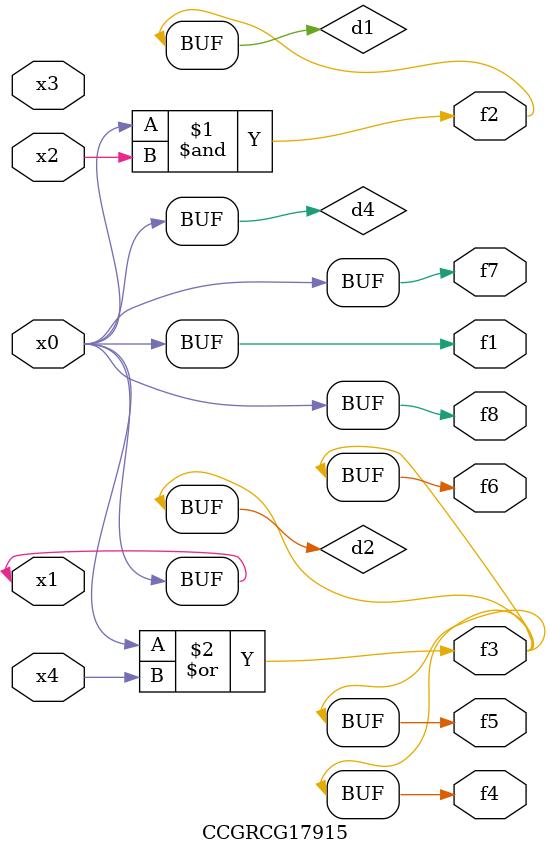
<source format=v>
module CCGRCG17915(
	input x0, x1, x2, x3, x4,
	output f1, f2, f3, f4, f5, f6, f7, f8
);

	wire d1, d2, d3, d4;

	and (d1, x0, x2);
	or (d2, x0, x4);
	nand (d3, x0, x2);
	buf (d4, x0, x1);
	assign f1 = d4;
	assign f2 = d1;
	assign f3 = d2;
	assign f4 = d2;
	assign f5 = d2;
	assign f6 = d2;
	assign f7 = d4;
	assign f8 = d4;
endmodule

</source>
